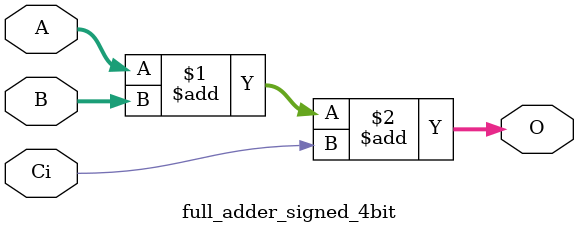
<source format=v>
module full_adder_signed_4bit(A, B, Ci, O);
  input signed [3:0] A;
  input signed [3:0] B;
  input Ci;
  output signed [4:0] O;

  assign O = A + B + Ci;
endmodule




</source>
